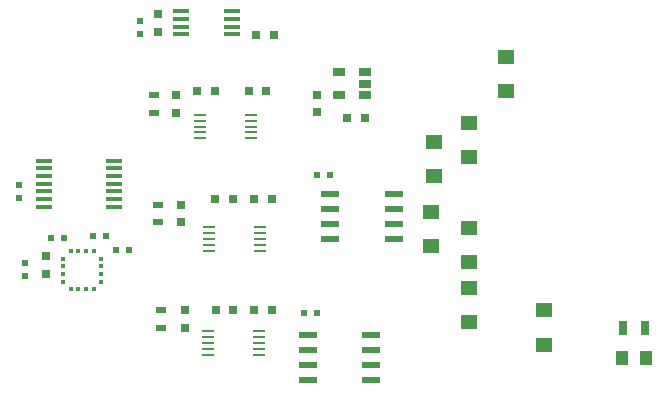
<source format=gbr>
G04 #@! TF.FileFunction,Paste,Top*
%FSLAX46Y46*%
G04 Gerber Fmt 4.6, Leading zero omitted, Abs format (unit mm)*
G04 Created by KiCad (PCBNEW 4.0.6) date 12/06/17 20:22:11*
%MOMM*%
%LPD*%
G01*
G04 APERTURE LIST*
%ADD10C,0.100000*%
%ADD11R,0.600000X0.500000*%
%ADD12R,1.450000X0.450000*%
%ADD13R,0.500000X0.600000*%
%ADD14R,0.750000X0.800000*%
%ADD15R,1.000000X1.250000*%
%ADD16R,0.800000X0.750000*%
%ADD17R,1.400000X1.300000*%
%ADD18R,0.700000X1.300000*%
%ADD19R,0.900000X0.500000*%
%ADD20R,0.300000X0.400000*%
%ADD21R,0.400000X0.300000*%
%ADD22R,1.060000X0.650000*%
%ADD23R,1.100000X0.250000*%
%ADD24R,1.350000X0.400000*%
%ADD25R,1.550000X0.600000*%
G04 APERTURE END LIST*
D10*
D11*
X140335000Y-106680000D03*
X141435000Y-106680000D03*
D12*
X118335000Y-93808000D03*
X118335000Y-94458000D03*
X118335000Y-95108000D03*
X118335000Y-95758000D03*
X118335000Y-96408000D03*
X118335000Y-97058000D03*
X118335000Y-97708000D03*
X124235000Y-97708000D03*
X124235000Y-97058000D03*
X124235000Y-96408000D03*
X124235000Y-95758000D03*
X124235000Y-95108000D03*
X124235000Y-94458000D03*
X124235000Y-93808000D03*
D13*
X116205000Y-95843000D03*
X116205000Y-96943000D03*
D14*
X118491000Y-101878000D03*
X118491000Y-103378000D03*
D13*
X116713000Y-103547000D03*
X116713000Y-102447000D03*
D15*
X169275000Y-110490000D03*
X167275000Y-110490000D03*
D11*
X120057000Y-100330000D03*
X118957000Y-100330000D03*
X122513000Y-100203000D03*
X123613000Y-100203000D03*
X124418000Y-101346000D03*
X125518000Y-101346000D03*
D16*
X144030000Y-90170000D03*
X145530000Y-90170000D03*
D14*
X141436497Y-89725163D03*
X141436497Y-88225163D03*
D16*
X134366000Y-106426000D03*
X132866000Y-106426000D03*
X134354000Y-97028000D03*
X132854000Y-97028000D03*
X132830000Y-87884000D03*
X131330000Y-87884000D03*
D14*
X130302000Y-106450000D03*
X130302000Y-107950000D03*
X129921000Y-97548000D03*
X129921000Y-99048000D03*
X129540000Y-88277000D03*
X129540000Y-89777000D03*
D16*
X136283000Y-83185000D03*
X137783000Y-83185000D03*
X136156000Y-106426000D03*
X137656000Y-106426000D03*
X136156000Y-97028000D03*
X137656000Y-97028000D03*
X135660000Y-87884000D03*
X137160000Y-87884000D03*
D14*
X127952500Y-81431000D03*
X127952500Y-82931000D03*
D13*
X126492000Y-83100000D03*
X126492000Y-82000000D03*
D11*
X142536000Y-94996000D03*
X141436000Y-94996000D03*
D17*
X160655000Y-109400000D03*
X160655000Y-106500000D03*
X154305000Y-107495000D03*
X154305000Y-104595000D03*
X154305000Y-102415000D03*
X154305000Y-99515000D03*
X151130000Y-101071000D03*
X151130000Y-98171000D03*
X151384000Y-92223000D03*
X151384000Y-95123000D03*
X154305000Y-90625000D03*
X154305000Y-93525000D03*
X157480000Y-85037000D03*
X157480000Y-87937000D03*
D18*
X169225000Y-107950000D03*
X167325000Y-107950000D03*
D19*
X128270000Y-106450000D03*
X128270000Y-107950000D03*
X128016000Y-97548000D03*
X128016000Y-99048000D03*
X127635000Y-88277000D03*
X127635000Y-89777000D03*
D20*
X120590000Y-104708000D03*
X121240000Y-104708000D03*
X121890000Y-104708000D03*
X122540000Y-104708000D03*
D21*
X123190000Y-104058000D03*
X123190000Y-103408000D03*
X123190000Y-102758000D03*
X123190000Y-102108000D03*
D20*
X122540000Y-101458000D03*
X121890000Y-101458000D03*
X121240000Y-101458000D03*
X120590000Y-101458000D03*
D21*
X119940000Y-102108000D03*
X119940000Y-102758000D03*
X119940000Y-103408000D03*
X119940000Y-104058000D03*
D22*
X145551688Y-88252163D03*
X145551688Y-87302163D03*
X145551688Y-86352163D03*
X143351688Y-86352163D03*
X143351688Y-88252163D03*
D23*
X132235524Y-108258000D03*
X132235524Y-108758000D03*
X132235524Y-109258000D03*
X132235524Y-109758000D03*
X132235524Y-110258000D03*
X136535524Y-110258000D03*
X136535524Y-109758000D03*
X136535524Y-109258000D03*
X136535524Y-108758000D03*
X136535524Y-108258000D03*
X132343000Y-99457000D03*
X132343000Y-99957000D03*
X132343000Y-100457000D03*
X132343000Y-100957000D03*
X132343000Y-101457000D03*
X136643000Y-101457000D03*
X136643000Y-100957000D03*
X136643000Y-100457000D03*
X136643000Y-99957000D03*
X136643000Y-99457000D03*
X131581000Y-89932000D03*
X131581000Y-90432000D03*
X131581000Y-90932000D03*
X131581000Y-91432000D03*
X131581000Y-91932000D03*
X135881000Y-91932000D03*
X135881000Y-91432000D03*
X135881000Y-90932000D03*
X135881000Y-90432000D03*
X135881000Y-89932000D03*
D24*
X134230000Y-83117000D03*
X134230000Y-82467000D03*
X134230000Y-81817000D03*
X134230000Y-81167000D03*
X129930000Y-81167000D03*
X129930000Y-81817000D03*
X129930000Y-82467000D03*
X129930000Y-83117000D03*
D25*
X140650000Y-108585000D03*
X140650000Y-109855000D03*
X140650000Y-111125000D03*
X140650000Y-112395000D03*
X146050000Y-112395000D03*
X146050000Y-111125000D03*
X146050000Y-109855000D03*
X146050000Y-108585000D03*
X142563048Y-96667500D03*
X142563048Y-97937500D03*
X142563048Y-99207500D03*
X142563048Y-100477500D03*
X147963048Y-100477500D03*
X147963048Y-99207500D03*
X147963048Y-97937500D03*
X147963048Y-96667500D03*
M02*

</source>
